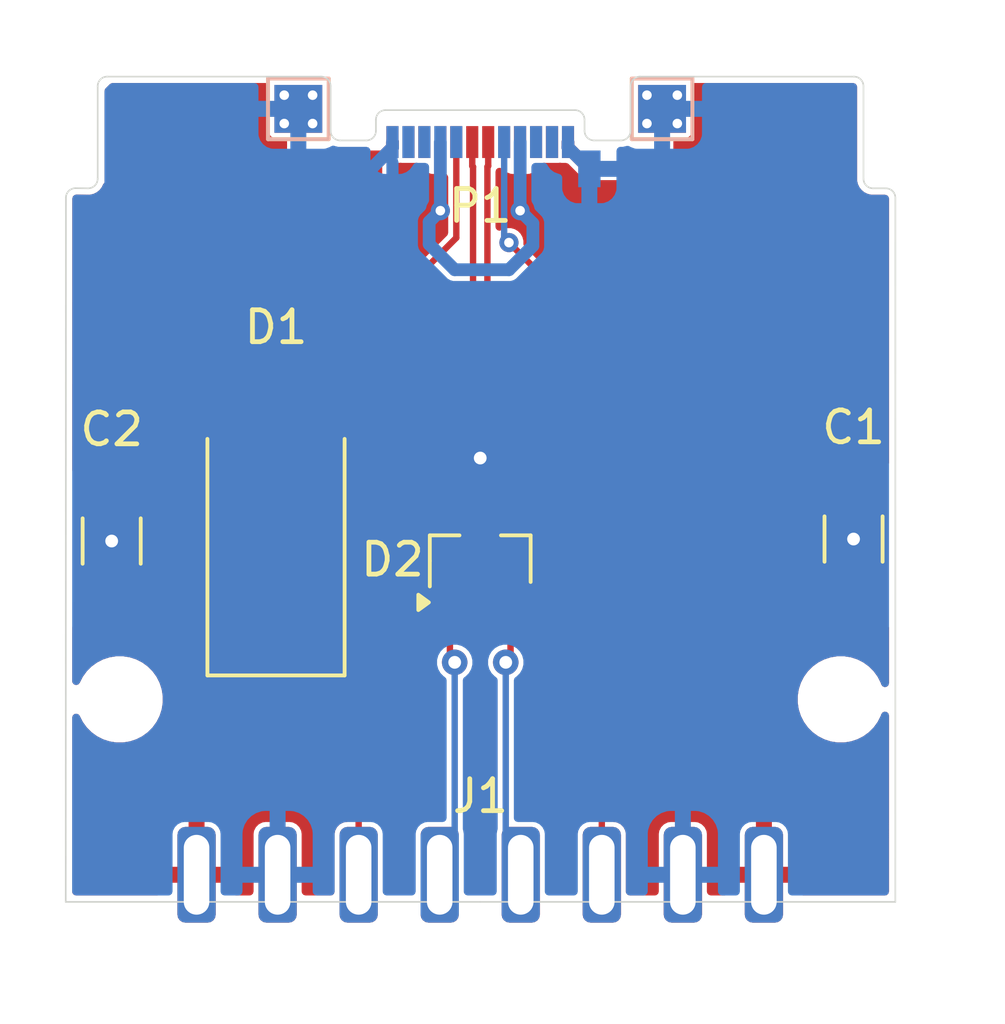
<source format=kicad_pcb>
(kicad_pcb (version 20241229) (generator "pcbnew") (generator_version "9.0")
  (title_block (title "Expansion Card Template") (rev "X1") (company "Framework") (comment 1 "This work is licensed under a Creative Commons Attribution 4.0 International License") (comment 4 "https://frame.work"))
  (layers (0 "F.Cu" signal) (2 "B.Cu" signal) (13 "F.Paste" user) (15 "B.Paste" user) (5 "F.SilkS" user "F.Silkscreen") (7 "B.SilkS" user "B.Silkscreen") (1 "F.Mask" user) (3 "B.Mask" user) (25 "Edge.Cuts" user))
  (net 0 "")
  (net 1 "GND")
  (net 2 "/USB_DN")
  (net 3 "VBUS")
  (net 4 "/USB_DP")
  (net 5 "/USB_CC")
  (net 6 "/USB_VCONN")
  (footprint "MountingHole:MountingHole_2.2mm_M2" (layer "F.Cu") (at 97 142.46 90)
    (property "Reference" "H1" (hide yes))
    (property "Value" "MountingHole")
    (pad "" np_thru_hole circle (at 0 0 90) (size 2.2 2.2) (drill 2.2) (layers "*.Cu" "*.Mask"))
  )
  (footprint "MountingHole:MountingHole_2.2mm_M2" (layer "F.Cu") (at 119.6 142.46)
    (property "Reference" "H2" (hide yes))
    (property "Value" "MountingHole")
    (pad "" np_thru_hole circle (at 0 0) (size 2.2 2.2) (drill 2.2) (layers "*.Cu" "*.Mask"))
  )
  (footprint "TestPoint:TestPoint_Pad_1.5x1.5mm" (layer "F.Cu") (at 102.6 123.96)
    (property "Reference" "TP1" (hide yes))
    (property "Value" "TestPoint")
    (fp_line (start -0.95 -0.95) (end 0.95 -0.95) (stroke (width 0.12)) (layer "F.SilkS"))
    (fp_line (start -0.95 0.95) (end -0.95 -0.95) (stroke (width 0.12)) (layer "F.SilkS"))
    (fp_line (start 0.95 -0.95) (end 0.95 0.95) (stroke (width 0.12)) (layer "F.SilkS"))
    (fp_line (start 0.95 0.95) (end -0.95 0.95) (stroke (width 0.12)) (layer "F.SilkS"))
    (pad "1" smd rect (at 0 0) (size 1.5 1.5) (layers "F.Cu" "F.Mask") (net 1 "GND"))
  )
  (footprint "TestPoint:TestPoint_Pad_1.5x1.5mm" (layer "F.Cu") (at 114 123.96)
    (property "Reference" "TP3" (hide yes))
    (property "Value" "TestPoint")
    (fp_line (start -0.95 -0.95) (end 0.95 -0.95) (stroke (width 0.12)) (layer "F.SilkS"))
    (fp_line (start -0.95 0.95) (end -0.95 -0.95) (stroke (width 0.12)) (layer "F.SilkS"))
    (fp_line (start 0.95 -0.95) (end 0.95 0.95) (stroke (width 0.12)) (layer "F.SilkS"))
    (fp_line (start 0.95 0.95) (end -0.95 0.95) (stroke (width 0.12)) (layer "F.SilkS"))
    (pad "1" smd rect (at 0 0) (size 1.5 1.5) (layers "F.Cu" "F.Mask") (net 1 "GND"))
  )
  (footprint "Expansion_Card:USB_C_Plug_Molex_105444" (layer "F.Cu") (at 108.3 124.96)
    (property "Reference" "P1" (at 0 2.04 0) (layer "F.SilkS"))
    (property "Value" "USB_C_Plug_USB2.0")
    (pad "A1" smd rect (at -2.75 0.04) (size 0.38 1) (layers "F.Cu" "F.Mask" "F.Paste") (net 1 "GND"))
    (pad "A2" smd rect (at -2.25 0.04) (size 0.38 1) (layers "F.Cu" "F.Mask" "F.Paste"))
    (pad "A3" smd rect (at -1.75 0.04) (size 0.38 1) (layers "F.Cu" "F.Mask" "F.Paste"))
    (pad "A4" smd rect (at -1.25 0.04) (size 0.38 1) (layers "F.Cu" "F.Mask" "F.Paste") (net 3 "VBUS"))
    (pad "A5" smd rect (at -0.75 0.04) (size 0.38 1) (layers "F.Cu" "F.Mask" "F.Paste") (net 5 "/USB_CC"))
    (pad "A6" smd rect (at -0.25 0.04) (size 0.38 1) (layers "F.Cu" "F.Mask" "F.Paste") (net 4 "/USB_DP"))
    (pad "A7" smd rect (at 0.25 0.04) (size 0.38 1) (layers "F.Cu" "F.Mask" "F.Paste") (net 2 "/USB_DN"))
    (pad "A8" smd rect (at 0.75 0.04) (size 0.38 1) (layers "F.Cu" "F.Mask" "F.Paste"))
    (pad "A9" smd rect (at 1.25 0.04) (size 0.38 1) (layers "F.Cu" "F.Mask" "F.Paste") (net 3 "VBUS"))
    (pad "A10" smd rect (at 1.75 0.04) (size 0.38 1) (layers "F.Cu" "F.Mask" "F.Paste"))
    (pad "A11" smd rect (at 2.25 0.04) (size 0.38 1) (layers "F.Cu" "F.Mask" "F.Paste"))
    (pad "A12" smd rect (at 2.75 0.04) (size 0.38 1) (layers "F.Cu" "F.Mask" "F.Paste") (net 1 "GND"))
    (pad "B1" smd rect (at 2.75 0.04) (size 0.38 1) (layers "B.Cu" "B.Mask" "B.Paste") (net 1 "GND"))
    (pad "B2" smd rect (at 2.25 0.04) (size 0.38 1) (layers "B.Cu" "B.Mask" "B.Paste"))
    (pad "B3" smd rect (at 1.75 0.04) (size 0.38 1) (layers "B.Cu" "B.Mask" "B.Paste"))
    (pad "B4" smd rect (at 1.25 0.04) (size 0.38 1) (layers "B.Cu" "B.Mask" "B.Paste") (net 3 "VBUS"))
    (pad "B5" smd rect (at 0.75 0.04) (size 0.38 1) (layers "B.Cu" "B.Mask" "B.Paste") (net 6 "/USB_VCONN"))
    (pad "B8" smd rect (at -0.75 0.04) (size 0.38 1) (layers "B.Cu" "B.Mask" "B.Paste"))
    (pad "B9" smd rect (at -1.25 0.04) (size 0.38 1) (layers "B.Cu" "B.Mask" "B.Paste") (net 3 "VBUS"))
    (pad "B10" smd rect (at -1.75 0.04) (size 0.38 1) (layers "B.Cu" "B.Mask" "B.Paste"))
    (pad "B11" smd rect (at -2.25 0.04) (size 0.38 1) (layers "B.Cu" "B.Mask" "B.Paste"))
    (pad "B12" smd rect (at -2.75 0.04) (size 0.38 1) (layers "B.Cu" "B.Mask" "B.Paste") (net 1 "GND"))
    (pad "S1" smd rect (at -3.42 0.88) (size 0.7 1.15) (layers "F.Cu" "F.Mask" "F.Paste") (net 1 "GND"))
    (pad "S1" smd rect (at 3.42 0.88) (size 0.7 1.15) (layers "B.Cu" "B.Mask" "B.Paste") (net 1 "GND"))
  )
  (footprint "Diode_SMD:D_SMB_Handsoldering" (layer "F.Cu") (at 101.9 137 90)
    (property "Reference" "D1" (at 6.2 0 180) (layer "F.SilkS"))
    (property "Value" "SMBJ51ACT-ND")
    (fp_line (start -4.71 -2.15) (end 2.7 -2.15) (stroke (width 0.12)) (layer "F.SilkS"))
    (fp_line (start -4.71 -2.15) (end -4.71 2.15) (stroke (width 0.12)) (layer "F.SilkS"))
    (fp_line (start -4.71 2.15) (end 2.7 2.15) (stroke (width 0.12)) (layer "F.SilkS"))
    (pad "1" smd roundrect (at -2.7 0 90) (size 3.5 2.3) (layers "F.Cu" "F.Mask" "F.Paste") (roundrect_rratio 0.1086956522) (net 3 "VBUS"))
    (pad "2" smd roundrect (at 2.7 0 90) (size 3.5 2.3) (layers "F.Cu" "F.Mask" "F.Paste") (roundrect_rratio 0.1086956522) (net 1 "GND"))
  )
  (footprint "Capacitor_SMD:C_1206_3216Metric_Pad1.33x1.80mm_HandSolder" (layer "F.Cu") (at 96.75 137.5 90)
    (property "Reference" "C2" (at 3.5 0 180) (layer "F.SilkS"))
    (property "Value" "C")
    (fp_line (start -0.711252 -0.91) (end 0.711252 -0.91) (stroke (width 0.12)) (layer "F.SilkS"))
    (fp_line (start -0.711252 0.91) (end 0.711252 0.91) (stroke (width 0.12)) (layer "F.SilkS"))
    (pad "1" smd roundrect (at -1.5625 0 90) (size 1.325 1.8) (layers "F.Cu" "F.Mask" "F.Paste") (roundrect_rratio 0.188679) (net 3 "VBUS"))
    (pad "2" smd roundrect (at 1.5625 0 90) (size 1.325 1.8) (layers "F.Cu" "F.Mask" "F.Paste") (roundrect_rratio 0.188679) (net 1 "GND"))
  )
  (footprint "Package_TO_SOT_SMD:SOT-23_Handsoldering" (layer "F.Cu") (at 108.3 138.082 90)
    (property "Reference" "D2" (at 0 -2.75 180) (layer "F.SilkS"))
    (property "Value" "ESD862DBZR")
    (fp_line (start 0.76 -1.58) (end 0.76 -0.65) (stroke (width 0.12)) (layer "F.SilkS"))
    (fp_line (start -0.04 -1.58) (end 0.76 -1.58) (stroke (width 0.12)) (layer "F.SilkS"))
    (fp_line (start -0.04 -1.58) (end -0.84 -1.58) (stroke (width 0.12)) (layer "F.SilkS"))
    (fp_line (start 0.76 1.58) (end 0.76 0.65) (stroke (width 0.12)) (layer "F.SilkS"))
    (fp_line (start 0.76 1.58) (end -0.7 1.58) (stroke (width 0.12)) (layer "F.SilkS"))
    (fp_poly (pts (xy -1.34 -1.61) (xy -1.58 -1.94) (xy -1.1 -1.94) (xy -1.34 -1.61)) (stroke (width 0.12)) (fill yes) (layer "F.SilkS"))
    (pad "1" smd roundrect (at -1.5 -0.95 90) (size 1.9 0.8) (layers "F.Cu" "F.Mask" "F.Paste") (net 4 "/USB_DP"))
    (pad "2" smd roundrect (at -1.5 0.95 90) (size 1.9 0.8) (layers "F.Cu" "F.Mask" "F.Paste") (net 2 "/USB_DN"))
    (pad "3" smd roundrect (at 1.5 0 90) (size 1.9 0.8) (layers "F.Cu" "F.Mask" "F.Paste") (net 1 "GND"))
  )
  (footprint "Mag Charger:Mag Connector" (layer "F.Cu") (at 108.3 147.955)
    (property "Reference" "J1" (at 0.0056 -2.4638 0) (layer "F.SilkS"))
    (property "Value" "Conn_01x08")
    (fp_line (start 0 0.85) (end -12.99 0.85) (stroke (width 0.05)) (layer "Edge.Cuts"))
    (fp_line (start 0 0.85) (end 13.01 0.85) (stroke (width 0.05)) (layer "Edge.Cuts"))
    (pad "1" thru_hole roundrect (at -8.89 0) (size 1.2 3) (drill oval 0.8 2.5) (property pad_prop_castellated) (layers "*.Cu" "*.Mask") (roundrect_rratio 0.2083333333) (net 3 "VBUS"))
    (pad "2" thru_hole roundrect (at -6.35 0) (size 1.2 3) (drill oval 0.8 2.5) (property pad_prop_castellated) (layers "*.Cu" "*.Mask") (roundrect_rratio 0.2083333333) (net 1 "GND"))
    (pad "3" thru_hole roundrect (at -3.81 0) (size 1.2 3) (drill oval 0.8 2.5) (property pad_prop_castellated) (layers "*.Cu" "*.Mask") (roundrect_rratio 0.2083333333) (net 5 "/USB_CC"))
    (pad "4" thru_hole roundrect (at -1.27 0) (size 1.2 3) (drill oval 0.8 2.5) (property pad_prop_castellated) (layers "*.Cu" "*.Mask") (roundrect_rratio 0.2083333333) (net 4 "/USB_DP"))
    (pad "5" thru_hole roundrect (at 1.27 0) (size 1.2 3) (drill oval 0.8 2.5) (property pad_prop_castellated) (layers "*.Cu" "*.Mask") (roundrect_rratio 0.2083333333) (net 2 "/USB_DN"))
    (pad "6" thru_hole roundrect (at 3.81 0) (size 1.2 3) (drill oval 0.8 2.5) (property pad_prop_castellated) (layers "*.Cu" "*.Mask") (roundrect_rratio 0.2083333333) (net 6 "/USB_VCONN"))
    (pad "7" thru_hole roundrect (at 6.35 0) (size 1.2 3) (drill oval 0.8 2.5) (property pad_prop_castellated) (layers "*.Cu" "*.Mask") (roundrect_rratio 0.2083333333) (net 1 "GND"))
    (pad "8" thru_hole roundrect (at 8.89 0) (size 1.2 3) (drill oval 0.8 2.5) (property pad_prop_castellated) (layers "*.Cu" "*.Mask") (roundrect_rratio 0.2083333333) (net 3 "VBUS"))
  )
  (footprint "Capacitor_SMD:C_1206_3216Metric_Pad1.33x1.80mm_HandSolder" (layer "F.Cu") (at 120 137.4375 90)
    (property "Reference" "C1" (at 3.5 0 180) (layer "F.SilkS"))
    (property "Value" "C")
    (fp_line (start -0.711252 -0.91) (end 0.711252 -0.91) (stroke (width 0.12)) (layer "F.SilkS"))
    (fp_line (start -0.711252 0.91) (end 0.711252 0.91) (stroke (width 0.12)) (layer "F.SilkS"))
    (pad "1" smd roundrect (at -1.5625 0 90) (size 1.325 1.8) (layers "F.Cu" "F.Mask" "F.Paste") (roundrect_rratio 0.188679) (net 3 "VBUS"))
    (pad "2" smd roundrect (at 1.5625 0 90) (size 1.325 1.8) (layers "F.Cu" "F.Mask" "F.Paste") (roundrect_rratio 0.188679) (net 1 "GND"))
  )
  (footprint "TestPoint:TestPoint_Pad_1.5x1.5mm" (layer "B.Cu") (at 102.6 123.96)
    (property "Reference" "TP2" (hide yes))
    (property "Value" "TestPoint")
    (fp_line (start -0.95 -0.95) (end -0.95 0.95) (stroke (width 0.12)) (layer "B.SilkS"))
    (fp_line (start -0.95 0.95) (end 0.95 0.95) (stroke (width 0.12)) (layer "B.SilkS"))
    (fp_line (start 0.95 -0.95) (end -0.95 -0.95) (stroke (width 0.12)) (layer "B.SilkS"))
    (fp_line (start 0.95 0.95) (end 0.95 -0.95) (stroke (width 0.12)) (layer "B.SilkS"))
    (pad "1" smd rect (at 0 0) (size 1.5 1.5) (layers "B.Cu" "B.Mask") (net 1 "GND"))
  )
  (footprint "TestPoint:TestPoint_Pad_1.5x1.5mm" (layer "B.Cu") (at 114 123.96)
    (property "Reference" "TP4" (hide yes))
    (property "Value" "TestPoint")
    (fp_line (start -0.95 -0.95) (end -0.95 0.95) (stroke (width 0.12)) (layer "B.SilkS"))
    (fp_line (start -0.95 0.95) (end 0.95 0.95) (stroke (width 0.12)) (layer "B.SilkS"))
    (fp_line (start 0.95 -0.95) (end -0.95 -0.95) (stroke (width 0.12)) (layer "B.SilkS"))
    (fp_line (start 0.95 0.95) (end 0.95 -0.95) (stroke (width 0.12)) (layer "B.SilkS"))
    (pad "1" smd rect (at 0 0) (size 1.5 1.5) (layers "B.Cu" "B.Mask") (net 1 "GND"))
  )
  (gr_line (start 111.26895 124) (end 105.33105 124) (stroke (width 0.05)) (layer "Edge.Cuts"))
  (gr_arc (start 111.268918 124) (mid 111.48105 124.087868) (end 111.568918 124.3) (stroke (width 0.05)) (layer "Edge.Cuts"))
  (gr_line (start 120.31105 126.15) (end 120.31105 123.25) (stroke (width 0.05)) (layer "Edge.Cuts"))
  (gr_line (start 120.61105 126.45) (end 121.01105 126.45) (stroke (width 0.05)) (layer "Edge.Cuts"))
  (gr_arc (start 95.31585 126.7452) (mid 95.403718 126.533068) (end 95.61585 126.4452) (stroke (width 0.05)) (layer "Edge.Cuts"))
  (gr_line (start 121.31 148.805) (end 121.31105 126.75) (stroke (width 0.05)) (layer "Edge.Cuts"))
  (gr_line (start 96.61105 122.95) (end 103.31105 122.95) (stroke (width 0.05)) (layer "Edge.Cuts"))
  (gr_line (start 113.01105 124.65) (end 113.01105 123.25) (stroke (width 0.05)) (layer "Edge.Cuts"))
  (gr_line (start 105.03105 124.3) (end 105.03105 124.65) (stroke (width 0.05)) (layer "Edge.Cuts"))
  (gr_arc (start 120.01105 122.95) (mid 120.223182 123.037868) (end 120.31105 123.25) (stroke (width 0.05)) (layer "Edge.Cuts"))
  (gr_arc (start 120.61105 126.45) (mid 120.398918 126.362132) (end 120.31105 126.15) (stroke (width 0.05)) (layer "Edge.Cuts"))
  (gr_line (start 95.31585 126.7452) (end 95.310326 148.805) (stroke (width 0.05)) (layer "Edge.Cuts"))
  (gr_arc (start 111.868918 124.95) (mid 111.656786 124.862132) (end 111.568918 124.65) (stroke (width 0.05)) (layer "Edge.Cuts"))
  (gr_line (start 120.01105 122.95) (end 113.31105 122.95) (stroke (width 0.05)) (layer "Edge.Cuts"))
  (gr_line (start 96.31105 123.25) (end 96.31105 126.15) (stroke (width 0.05)) (layer "Edge.Cuts"))
  (gr_arc (start 103.91105 124.95) (mid 103.698918 124.862132) (end 103.61105 124.65) (stroke (width 0.05)) (layer "Edge.Cuts"))
  (gr_line (start 103.61105 124.65) (end 103.61105 123.25) (stroke (width 0.05)) (layer "Edge.Cuts"))
  (gr_line (start 112.71105 124.95) (end 111.868918 124.95) (stroke (width 0.05)) (layer "Edge.Cuts"))
  (gr_line (start 103.91105 124.95) (end 104.73105 124.95) (stroke (width 0.05)) (layer "Edge.Cuts"))
  (gr_arc (start 113.01105 123.25) (mid 113.098918 123.037868) (end 113.31105 122.95) (stroke (width 0.05)) (layer "Edge.Cuts"))
  (gr_arc (start 113.01105 124.65) (mid 112.923182 124.862132) (end 112.71105 124.95) (stroke (width 0.05)) (layer "Edge.Cuts"))
  (gr_arc (start 96.31105 126.15) (mid 96.223182 126.362132) (end 96.01105 126.45) (stroke (width 0.05)) (layer "Edge.Cuts"))
  (gr_line (start 111.568918 124.3) (end 111.568918 124.65) (stroke (width 0.05)) (layer "Edge.Cuts"))
  (gr_arc (start 96.31105 123.25) (mid 96.398918 123.037868) (end 96.61105 122.95) (stroke (width 0.05)) (layer "Edge.Cuts"))
  (gr_arc (start 103.31105 122.95) (mid 103.523182 123.037868) (end 103.61105 123.25) (stroke (width 0.05)) (layer "Edge.Cuts"))
  (gr_arc (start 105.03105 124.65) (mid 104.943182 124.862132) (end 104.73105 124.95) (stroke (width 0.05)) (layer "Edge.Cuts"))
  (gr_line (start 96.01105 126.45) (end 95.61585 126.4452) (stroke (width 0.05)) (layer "Edge.Cuts"))
  (gr_arc (start 121.01105 126.45) (mid 121.223182 126.537868) (end 121.31105 126.75) (stroke (width 0.05)) (layer "Edge.Cuts"))
  (gr_arc (start 105.03105 124.3) (mid 105.118918 124.087868) (end 105.33105 124) (stroke (width 0.05)) (layer "Edge.Cuts"))
  (segment (start 98.7 137.5) (end 101.9 134.3) (width 0.4) (layer "F.Cu") (net 1))
  (segment (start 113.46 125.84) (end 114 125.3) (width 0.4) (layer "F.Cu") (net 1))
  (segment (start 105.55 125) (end 105.55 125.17) (width 0.4) (layer "F.Cu") (net 1))
  (segment (start 102.6 125.3) (end 102.6 123.96) (width 0.4) (layer "F.Cu") (net 1))
  (segment (start 111.72 125.84) (end 113.46 125.84) (width 0.4) (layer "F.Cu") (net 1))
  (segment (start 105.55 125.17) (end 104.88 125.84) (width 0.4) (layer "F.Cu") (net 1))
  (segment (start 114 125.3) (end 114 123.96) (width 0.4) (layer "F.Cu") (net 1))
  (segment (start 104.88 125.84) (end 103.14 125.84) (width 0.4) (layer "F.Cu") (net 1))
  (segment (start 120 135.875) (end 120 137.4375) (width 0.4) (layer "F.Cu") (net 1))
  (segment (start 96.75 135.9375) (end 96.75 137.5) (width 0.4) (layer "F.Cu") (net 1))
  (segment (start 111.05 125) (end 111.05 125.17) (width 0.4) (layer "F.Cu") (net 1))
  (segment (start 111.05 125.17) (end 111.72 125.84) (width 0.4) (layer "F.Cu") (net 1))
  (segment (start 96.75 137.5) (end 98.7 137.5) (width 0.4) (layer "F.Cu") (net 1))
  (segment (start 103.14 125.84) (end 102.6 125.3) (width 0.4) (layer "F.Cu") (net 1))
  (segment (start 108.3 136.582) (end 108.3 134.9) (width 0.25) (layer "F.Cu") (net 1))
  (via (at 102.158 123.5315) (size 0.5) (drill 0.3) (layers "F.Cu" "B.Cu") (net 1))
  (via (at 102.158 124.4205) (size 0.5) (drill 0.3) (layers "F.Cu" "B.Cu") (net 1))
  (via (at 114.477 123.5315) (size 0.5) (drill 0.3) (layers "F.Cu" "B.Cu") (net 1))
  (via (at 114.477 124.4205) (size 0.5) (drill 0.3) (layers "F.Cu" "B.Cu") (net 1))
  (via (at 103.047 123.5315) (size 0.5) (drill 0.3) (layers "F.Cu" "B.Cu") (net 1))
  (via (at 113.5245 124.4205) (size 0.5) (drill 0.3) (layers "F.Cu" "B.Cu") (net 1))
  (via (at 120 137.4375) (size 0.8) (drill 0.4) (layers "F.Cu" "B.Cu") (net 1))
  (via (at 108.3 134.9) (size 0.8) (drill 0.4) (layers "F.Cu" "B.Cu") (net 1))
  (via (at 113.5245 123.5315) (size 0.5) (drill 0.3) (layers "F.Cu" "B.Cu") (net 1))
  (via (at 103.047 124.4205) (size 0.5) (drill 0.3) (layers "F.Cu" "B.Cu") (net 1))
  (via (at 96.75 137.5) (size 0.8) (drill 0.4) (layers "F.Cu" "B.Cu") (net 1))
  (segment (start 105.55 125.17) (end 104.88 125.84) (width 0.4) (layer "B.Cu") (net 1))
  (segment (start 104.88 125.84) (end 103.14 125.84) (width 0.4) (layer "B.Cu") (net 1))
  (segment (start 111.05 125) (end 111.05 125.17) (width 0.4) (layer "B.Cu") (net 1))
  (segment (start 103.14 125.84) (end 102.6 125.3) (width 0.4) (layer "B.Cu") (net 1))
  (segment (start 114 125.3) (end 114 123.96) (width 0.4) (layer "B.Cu") (net 1))
  (segment (start 111.05 125.17) (end 111.72 125.84) (width 0.4) (layer "B.Cu") (net 1))
  (segment (start 105.55 125) (end 105.55 125.17) (width 0.4) (layer "B.Cu") (net 1))
  (segment (start 102.6 125.3) (end 102.6 123.96) (width 0.4) (layer "B.Cu") (net 1))
  (segment (start 113.46 125.84) (end 114 125.3) (width 0.4) (layer "B.Cu") (net 1))
  (segment (start 111.72 125.84) (end 113.46 125.84) (width 0.4) (layer "B.Cu") (net 1))
  (segment (start 109.25 134.7608) (end 109.25 139.582) (width 0.2) (layer "F.Cu") (net 2))
  (segment (start 109.25 139.582) (end 109.25 141.15) (width 0.2) (layer "F.Cu") (net 2))
  (segment (start 108.55 125) (end 108.55 125.750001) (width 0.2) (layer "F.Cu") (net 2))
  (segment (start 109.25 141.15) (end 109.1 141.3) (width 0.2) (layer "F.Cu") (net 2))
  (segment (start 108.55 125.750001) (end 108.525 125.775001) (width 0.2) (layer "F.Cu") (net 2))
  (segment (start 109.25 147.635) (end 109.57 147.955) (width 0.2) (layer "F.Cu") (net 2))
  (segment (start 108.525 125.775001) (end 108.525 134.0358) (width 0.2) (layer "F.Cu") (net 2))
  (segment (start 108.525 134.0358) (end 109.25 134.7608) (width 0.2) (layer "F.Cu") (net 2))
  (via (at 109.1 141.3) (size 0.8) (drill 0.4) (layers "F.Cu" "B.Cu") (net 2))
  (segment (start 109.1 147.485) (end 109.57 147.955) (width 0.2) (layer "B.Cu") (net 2))
  (segment (start 109.1 141.3) (end 109.1 147.485) (width 0.2) (layer "B.Cu") (net 2))
  (segment (start 120 139) (end 120.5625 139) (width 0.4) (layer "F.Cu") (net 3))
  (via (at 107.05 127.15) (size 0.6) (drill 0.3) (layers "F.Cu" "B.Cu") (net 3))
  (via (at 109.55 127.15) (size 0.6) (drill 0.3) (layers "F.Cu" "B.Cu") (net 3))
  (segment (start 107.5 129) (end 109.199943 129) (width 0.4) (layer "B.Cu") (net 3))
  (segment (start 109.55 127.15) (end 109.55 125) (width 0.4) (layer "B.Cu") (net 3))
  (segment (start 107.05 127.15) (end 106.7 127.5) (width 0.4) (layer "B.Cu") (net 3))
  (segment (start 109.95 127.55) (end 109.55 127.15) (width 0.4) (layer "B.Cu") (net 3))
  (segment (start 107.05 125) (end 107.05 127.15) (width 0.4) (layer "B.Cu") (net 3))
  (segment (start 109.95 128.249943) (end 109.95 127.55) (width 0.4) (layer "B.Cu") (net 3))
  (segment (start 106.7 128.2) (end 107.5 129) (width 0.4) (layer "B.Cu") (net 3))
  (segment (start 106.7 127.5) (end 106.7 128.2) (width 0.4) (layer "B.Cu") (net 3))
  (segment (start 109.199943 129) (end 109.95 128.249943) (width 0.4) (layer "B.Cu") (net 3))
  (segment (start 107.35 141.15) (end 107.5 141.3) (width 0.2) (layer "F.Cu") (net 4))
  (segment (start 108.075 134.0358) (end 107.35 134.7608) (width 0.2) (layer "F.Cu") (net 4))
  (segment (start 108.05 125.750001) (end 108.075 125.775001) (width 0.2) (layer "F.Cu") (net 4))
  (segment (start 108.05 125) (end 108.05 125.750001) (width 0.2) (layer "F.Cu") (net 4))
  (segment (start 107.35 134.7608) (end 107.35 139.582) (width 0.2) (layer "F.Cu") (net 4))
  (segment (start 107.35 139.582) (end 107.35 141.15) (width 0.2) (layer "F.Cu") (net 4))
  (segment (start 107.35 147.635) (end 107.03 147.955) (width 0.2) (layer "F.Cu") (net 4))
  (segment (start 108.075 125.775001) (end 108.075 134.0358) (width 0.2) (layer "F.Cu") (net 4))
  (via (at 107.5 141.3) (size 0.8) (drill 0.4) (layers "F.Cu" "B.Cu") (net 4))
  (segment (start 107.5 141.3) (end 107.5 147.485) (width 0.2) (layer "B.Cu") (net 4))
  (segment (start 107.5 147.485) (end 107.03 147.955) (width 0.2) (layer "B.Cu") (net 4))
  (segment (start 107.55 125) (end 107.55 128) (width 0.2) (layer "F.Cu") (net 5))
  (segment (start 107.55 128) (end 104.49 131.06) (width 0.2) (layer "F.Cu") (net 5))
  (segment (start 104.49 131.06) (end 104.49 147.955) (width 0.2) (layer "F.Cu") (net 5))
  (segment (start 112.11 131.06) (end 112.11 147.955) (width 0.2) (layer "F.Cu") (net 6))
  (segment (start 109.2 128.15) (end 112.11 131.06) (width 0.2) (layer "F.Cu") (net 6))
  (via (at 109.2 128.15) (size 0.6) (drill 0.3) (layers "F.Cu" "B.Cu") (net 6))
  (segment (start 109.05 128) (end 109.05 125) (width 0.2) (layer "B.Cu") (net 6))
  (segment (start 109.2 128.15) (end 109.05 128) (width 0.2) (layer "B.Cu") (net 6))
  (zone (net 3) (net_name "VBUS") (layer "F.Cu") (connect_pads (clearance 0.1524)) (min_thickness 0.25) (fill yes (thermal_gap 0.5) (thermal_bridge_width 0.5))
    (polygon (pts (xy 96.778135 123.1) (xy 96.524135 123.354) (xy 96.524135 126.275) (xy 96.270135 126.529) (xy 95.635135 126.529) (xy 95.508135 126.656) (xy 95.508135 150.532) (xy 95.762135 150.786) (xy 120.908135 150.786) (xy 121.162135 150.532) (xy 121.162135 126.656) (xy 121.035135 126.529) (xy 120.400135 126.529) (xy 120.146135 126.275) (xy 120.146135 123.227) (xy 120.019135 123.1)))
  )
  (zone (net 1) (net_name "GND") (layer "B.Cu") (connect_pads (clearance 0.1524)) (min_thickness 0.25) (fill yes (thermal_gap 0.5) (thermal_bridge_width 0.5))
    (polygon (pts (xy 96.77845 123.1) (xy 96.52445 123.354) (xy 96.52445 126.275) (xy 96.27045 126.529) (xy 95.63545 126.529) (xy 95.50845 126.656) (xy 95.50845 150.532) (xy 95.76245 150.786) (xy 120.90845 150.786) (xy 121.16245 150.532) (xy 121.16245 126.656) (xy 121.03545 126.529) (xy 120.40045 126.529) (xy 120.14645 126.275) (xy 120.14645 123.227) (xy 120.01945 123.1)))
  )
)
</source>
